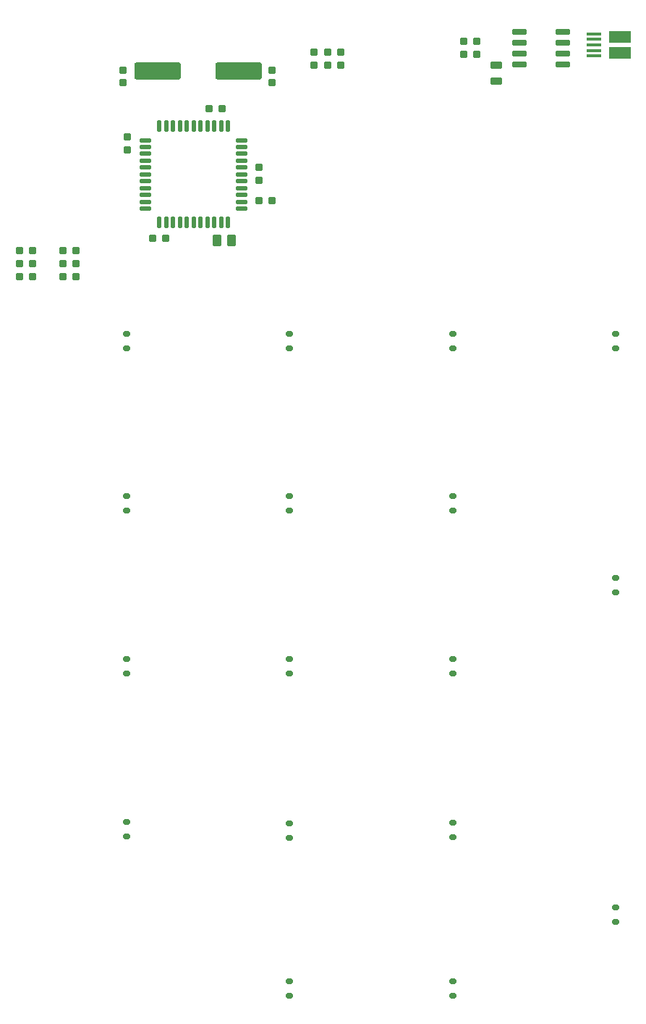
<source format=gtp>
G04*
G04 #@! TF.GenerationSoftware,Altium Limited,Altium Designer,22.9.1 (49)*
G04*
G04 Layer_Color=8421504*
%FSLAX25Y25*%
%MOIN*%
G70*
G04*
G04 #@! TF.SameCoordinates,9D6E7D6E-5856-4DC7-B93E-05E9B7285799*
G04*
G04*
G04 #@! TF.FilePolarity,Positive*
G04*
G01*
G75*
G04:AMPARAMS|DCode=17|XSize=32.28mil|YSize=36.58mil|CornerRadius=7.91mil|HoleSize=0mil|Usage=FLASHONLY|Rotation=270.000|XOffset=0mil|YOffset=0mil|HoleType=Round|Shape=RoundedRectangle|*
%AMROUNDEDRECTD17*
21,1,0.03228,0.02076,0,0,270.0*
21,1,0.01647,0.03658,0,0,270.0*
1,1,0.01582,-0.01038,-0.00823*
1,1,0.01582,-0.01038,0.00823*
1,1,0.01582,0.01038,0.00823*
1,1,0.01582,0.01038,-0.00823*
%
%ADD17ROUNDEDRECTD17*%
G04:AMPARAMS|DCode=18|XSize=216.54mil|YSize=78.74mil|CornerRadius=12.21mil|HoleSize=0mil|Usage=FLASHONLY|Rotation=180.000|XOffset=0mil|YOffset=0mil|HoleType=Round|Shape=RoundedRectangle|*
%AMROUNDEDRECTD18*
21,1,0.21654,0.05433,0,0,180.0*
21,1,0.19213,0.07874,0,0,180.0*
1,1,0.02441,-0.09606,0.02717*
1,1,0.02441,0.09606,0.02717*
1,1,0.02441,0.09606,-0.02717*
1,1,0.02441,-0.09606,-0.02717*
%
%ADD18ROUNDEDRECTD18*%
G04:AMPARAMS|DCode=19|XSize=55.12mil|YSize=21.53mil|CornerRadius=5.38mil|HoleSize=0mil|Usage=FLASHONLY|Rotation=0.000|XOffset=0mil|YOffset=0mil|HoleType=Round|Shape=RoundedRectangle|*
%AMROUNDEDRECTD19*
21,1,0.05512,0.01077,0,0,0.0*
21,1,0.04435,0.02153,0,0,0.0*
1,1,0.01077,0.02218,-0.00538*
1,1,0.01077,-0.02218,-0.00538*
1,1,0.01077,-0.02218,0.00538*
1,1,0.01077,0.02218,0.00538*
%
%ADD19ROUNDEDRECTD19*%
G04:AMPARAMS|DCode=20|XSize=55.12mil|YSize=21.53mil|CornerRadius=5.38mil|HoleSize=0mil|Usage=FLASHONLY|Rotation=90.000|XOffset=0mil|YOffset=0mil|HoleType=Round|Shape=RoundedRectangle|*
%AMROUNDEDRECTD20*
21,1,0.05512,0.01077,0,0,90.0*
21,1,0.04435,0.02153,0,0,90.0*
1,1,0.01077,0.00538,0.02218*
1,1,0.01077,0.00538,-0.02218*
1,1,0.01077,-0.00538,-0.02218*
1,1,0.01077,-0.00538,0.02218*
%
%ADD20ROUNDEDRECTD20*%
G04:AMPARAMS|DCode=21|XSize=32.28mil|YSize=36.61mil|CornerRadius=7.91mil|HoleSize=0mil|Usage=FLASHONLY|Rotation=90.000|XOffset=0mil|YOffset=0mil|HoleType=Round|Shape=RoundedRectangle|*
%AMROUNDEDRECTD21*
21,1,0.03228,0.02080,0,0,90.0*
21,1,0.01647,0.03661,0,0,90.0*
1,1,0.01582,0.01040,0.00823*
1,1,0.01582,0.01040,-0.00823*
1,1,0.01582,-0.01040,-0.00823*
1,1,0.01582,-0.01040,0.00823*
%
%ADD21ROUNDEDRECTD21*%
G04:AMPARAMS|DCode=22|XSize=32.28mil|YSize=36.61mil|CornerRadius=7.91mil|HoleSize=0mil|Usage=FLASHONLY|Rotation=180.000|XOffset=0mil|YOffset=0mil|HoleType=Round|Shape=RoundedRectangle|*
%AMROUNDEDRECTD22*
21,1,0.03228,0.02080,0,0,180.0*
21,1,0.01647,0.03661,0,0,180.0*
1,1,0.01582,-0.00823,0.01040*
1,1,0.01582,0.00823,0.01040*
1,1,0.01582,0.00823,-0.01040*
1,1,0.01582,-0.00823,-0.01040*
%
%ADD22ROUNDEDRECTD22*%
%ADD23R,0.09843X0.05610*%
G04:AMPARAMS|DCode=24|XSize=68.9mil|YSize=15.75mil|CornerRadius=3.94mil|HoleSize=0mil|Usage=FLASHONLY|Rotation=180.000|XOffset=0mil|YOffset=0mil|HoleType=Round|Shape=RoundedRectangle|*
%AMROUNDEDRECTD24*
21,1,0.06890,0.00787,0,0,180.0*
21,1,0.06102,0.01575,0,0,180.0*
1,1,0.00787,-0.03051,0.00394*
1,1,0.00787,0.03051,0.00394*
1,1,0.00787,0.03051,-0.00394*
1,1,0.00787,-0.03051,-0.00394*
%
%ADD24ROUNDEDRECTD24*%
G04:AMPARAMS|DCode=25|XSize=33.47mil|YSize=55.91mil|CornerRadius=7.86mil|HoleSize=0mil|Usage=FLASHONLY|Rotation=90.000|XOffset=0mil|YOffset=0mil|HoleType=Round|Shape=RoundedRectangle|*
%AMROUNDEDRECTD25*
21,1,0.03347,0.04018,0,0,90.0*
21,1,0.01774,0.05591,0,0,90.0*
1,1,0.01573,0.02009,0.00887*
1,1,0.01573,0.02009,-0.00887*
1,1,0.01573,-0.02009,-0.00887*
1,1,0.01573,-0.02009,0.00887*
%
%ADD25ROUNDEDRECTD25*%
G04:AMPARAMS|DCode=26|XSize=23.62mil|YSize=31.5mil|CornerRadius=5.91mil|HoleSize=0mil|Usage=FLASHONLY|Rotation=90.000|XOffset=0mil|YOffset=0mil|HoleType=Round|Shape=RoundedRectangle|*
%AMROUNDEDRECTD26*
21,1,0.02362,0.01968,0,0,90.0*
21,1,0.01181,0.03150,0,0,90.0*
1,1,0.01181,0.00984,0.00591*
1,1,0.01181,0.00984,-0.00591*
1,1,0.01181,-0.00984,-0.00591*
1,1,0.01181,-0.00984,0.00591*
%
%ADD26ROUNDEDRECTD26*%
G04:AMPARAMS|DCode=27|XSize=69.65mil|YSize=23.98mil|CornerRadius=5.99mil|HoleSize=0mil|Usage=FLASHONLY|Rotation=0.000|XOffset=0mil|YOffset=0mil|HoleType=Round|Shape=RoundedRectangle|*
%AMROUNDEDRECTD27*
21,1,0.06965,0.01199,0,0,0.0*
21,1,0.05766,0.02398,0,0,0.0*
1,1,0.01199,0.02883,-0.00599*
1,1,0.01199,-0.02883,-0.00599*
1,1,0.01199,-0.02883,0.00599*
1,1,0.01199,0.02883,0.00599*
%
%ADD27ROUNDEDRECTD27*%
G04:AMPARAMS|DCode=28|XSize=32.28mil|YSize=36.58mil|CornerRadius=7.91mil|HoleSize=0mil|Usage=FLASHONLY|Rotation=0.000|XOffset=0mil|YOffset=0mil|HoleType=Round|Shape=RoundedRectangle|*
%AMROUNDEDRECTD28*
21,1,0.03228,0.02076,0,0,0.0*
21,1,0.01647,0.03658,0,0,0.0*
1,1,0.01582,0.00823,-0.01038*
1,1,0.01582,-0.00823,-0.01038*
1,1,0.01582,-0.00823,0.01038*
1,1,0.01582,0.00823,0.01038*
%
%ADD28ROUNDEDRECTD28*%
G04:AMPARAMS|DCode=29|XSize=40.16mil|YSize=54.29mil|CornerRadius=7.83mil|HoleSize=0mil|Usage=FLASHONLY|Rotation=180.000|XOffset=0mil|YOffset=0mil|HoleType=Round|Shape=RoundedRectangle|*
%AMROUNDEDRECTD29*
21,1,0.04016,0.03863,0,0,180.0*
21,1,0.02450,0.05429,0,0,180.0*
1,1,0.01566,-0.01225,0.01932*
1,1,0.01566,0.01225,0.01932*
1,1,0.01566,0.01225,-0.01932*
1,1,0.01566,-0.01225,-0.01932*
%
%ADD29ROUNDEDRECTD29*%
D17*
X141535Y447835D02*
D03*
Y453780D02*
D03*
X173031Y500965D02*
D03*
Y506909D02*
D03*
X147488Y498658D02*
D03*
Y492713D02*
D03*
X78984Y498658D02*
D03*
Y492713D02*
D03*
X80905Y467933D02*
D03*
Y461988D02*
D03*
D18*
X94732Y498244D02*
D03*
X132133D02*
D03*
D19*
X133587Y434842D02*
D03*
Y437992D02*
D03*
Y441142D02*
D03*
Y444291D02*
D03*
Y447441D02*
D03*
Y450591D02*
D03*
Y453740D02*
D03*
Y456890D02*
D03*
Y460039D02*
D03*
Y463189D02*
D03*
Y466339D02*
D03*
X89248D02*
D03*
Y463189D02*
D03*
Y460039D02*
D03*
Y456890D02*
D03*
Y453740D02*
D03*
Y450591D02*
D03*
Y447441D02*
D03*
Y444291D02*
D03*
Y441142D02*
D03*
Y437992D02*
D03*
Y434842D02*
D03*
D20*
X127165Y472760D02*
D03*
X124016D02*
D03*
X120866D02*
D03*
X117717D02*
D03*
X114567D02*
D03*
X111417D02*
D03*
X108268D02*
D03*
X105118D02*
D03*
X101969D02*
D03*
X98819D02*
D03*
X95669D02*
D03*
Y428421D02*
D03*
X98819D02*
D03*
X101969D02*
D03*
X105118D02*
D03*
X108268D02*
D03*
X111417D02*
D03*
X114567D02*
D03*
X117717D02*
D03*
X120866D02*
D03*
X124016D02*
D03*
X127165D02*
D03*
D21*
X179331Y506909D02*
D03*
Y500965D02*
D03*
X166929D02*
D03*
Y506909D02*
D03*
D22*
X235807Y511811D02*
D03*
X241752D02*
D03*
X235807Y505905D02*
D03*
X241752D02*
D03*
X51161Y409662D02*
D03*
X57106D02*
D03*
Y403658D02*
D03*
X51161D02*
D03*
X31280Y409662D02*
D03*
X37224D02*
D03*
Y403658D02*
D03*
X31280D02*
D03*
D23*
X307874Y514026D02*
D03*
Y506447D02*
D03*
D24*
X295768Y515354D02*
D03*
Y512795D02*
D03*
Y510236D02*
D03*
Y507677D02*
D03*
Y505118D02*
D03*
D25*
X250787Y500925D02*
D03*
Y493563D02*
D03*
D26*
X305906Y113189D02*
D03*
Y106496D02*
D03*
X230709Y79134D02*
D03*
Y72441D02*
D03*
X155512Y79134D02*
D03*
Y72441D02*
D03*
X230709Y152362D02*
D03*
Y145669D02*
D03*
X155512Y151772D02*
D03*
Y145079D02*
D03*
X80512Y152559D02*
D03*
Y145866D02*
D03*
X305906Y264982D02*
D03*
Y258289D02*
D03*
X230709Y227559D02*
D03*
Y220866D02*
D03*
X155512Y227559D02*
D03*
Y220866D02*
D03*
X80512Y227559D02*
D03*
Y220866D02*
D03*
X305906Y377362D02*
D03*
Y370669D02*
D03*
X230709Y302559D02*
D03*
Y295866D02*
D03*
X155512Y302559D02*
D03*
Y295866D02*
D03*
X80512Y302559D02*
D03*
Y295866D02*
D03*
X230709Y377362D02*
D03*
Y370669D02*
D03*
X155512Y377362D02*
D03*
Y370669D02*
D03*
X80512Y377362D02*
D03*
Y370669D02*
D03*
D27*
X281480Y501299D02*
D03*
Y506299D02*
D03*
Y511299D02*
D03*
Y516299D02*
D03*
X261614D02*
D03*
Y511299D02*
D03*
Y506299D02*
D03*
Y501299D02*
D03*
D28*
X57106Y415665D02*
D03*
X51161D02*
D03*
X147461Y438583D02*
D03*
X141516D02*
D03*
X37224Y415665D02*
D03*
X31280D02*
D03*
X118484Y480709D02*
D03*
X124429D02*
D03*
X98492Y421276D02*
D03*
X92547D02*
D03*
D29*
X122271Y420095D02*
D03*
X129003D02*
D03*
M02*

</source>
